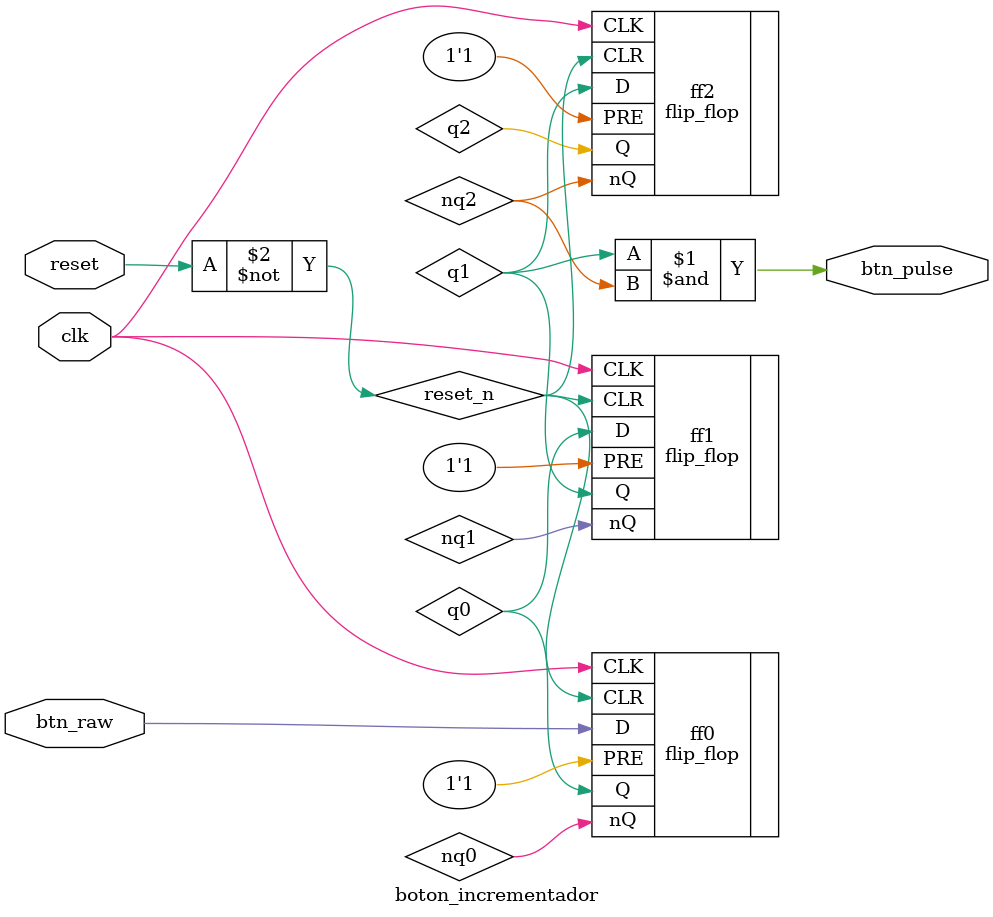
<source format=sv>
module boton_incrementador (
    input  logic clk,        // Reloj del sistema
    input  logic btn_raw,    // Botón sin acondicionar
    input  logic reset,      // Reset
    output logic btn_pulse   // Pulso limpio del botón
);

    logic q0, nq0;  // Salidas del primer flip-flop
    logic q1, nq1;  // Salidas del segundo flip-flop
    logic q2, nq2;  // Salidas del tercer flip-flop
    
    logic reset_n;  // Reset negado (para CLR activo en bajo)
    
    // Negar el reset para usar con CLR (activo en bajo)
    not (reset_n, reset);
    
    // Cadena de 3 flip-flops para sincronizar la señal del botón
    flip_flop ff0 (
        .D(btn_raw),
        .CLK(clk),
        .PRE(1'b1),      // PRE inactivo
        .CLR(reset_n),   // CLR activo cuando reset = 1
        .Q(q0),
        .nQ(nq0)
    );
    
    flip_flop ff1 (
        .D(q0),
        .CLK(clk),
        .PRE(1'b1),
        .CLR(reset_n),
        .Q(q1),
        .nQ(nq1)
    );
    
    flip_flop ff2 (
        .D(q1),
        .CLK(clk),
        .PRE(1'b1),
        .CLR(reset_n),
        .Q(q2),
        .nQ(nq2)
    );
    
    // Detectar flanco de subida: q1 AND (NOT q2)
    // Esto genera un pulso cuando hay transición de 0 a 1
    and (btn_pulse, q1, nq2);

endmodule
</source>
